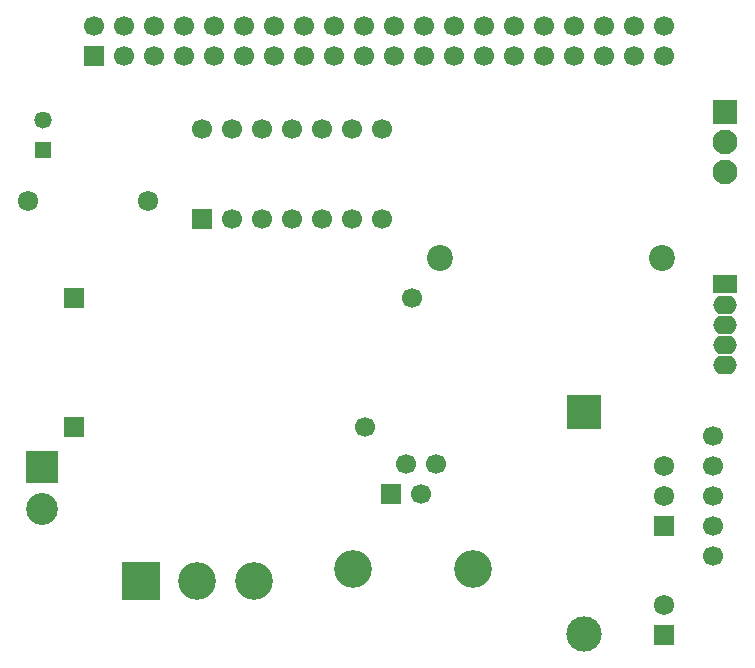
<source format=gbr>
G04 DipTrace 2.4.0.1*
%INTopMask.gbr*%
%MOMM*%
%ADD32R,3.0X3.0*%
%ADD38C,3.2*%
%ADD40C,1.7*%
%ADD49O,2.0X1.6*%
%ADD51R,2.0X1.6*%
%ADD54R,3.2X3.2*%
%ADD55C,1.724*%
%ADD57C,2.1*%
%ADD58C,1.7*%
%ADD59R,2.1X2.1*%
%ADD60R,1.7X1.7*%
%ADD61C,2.2*%
%ADD63C,1.724*%
%ADD65R,1.724X1.724*%
%ADD67C,2.7*%
%ADD69R,2.7X2.7*%
%ADD72R,1.47X1.47*%
%ADD74C,1.47*%
%ADD76C,3.0*%
%FSLAX53Y53*%
G04*
G71*
G90*
G75*
G01*
%LNTopMask*%
%LPD*%
D60*
X16668Y29841D3*
D58*
X41338D3*
D60*
X16668Y40796D3*
D58*
X45328D3*
D32*
X59853Y31116D3*
D76*
Y12276D3*
D74*
X14050Y55850D3*
D72*
Y53310D3*
D60*
X18415Y61282D3*
D40*
X20955D3*
X23495D3*
X26035D3*
X28575D3*
X31115D3*
X33655D3*
X36195D3*
X38735D3*
X41275D3*
X43815D3*
X46355D3*
X48895D3*
X51435D3*
X53975D3*
X56515D3*
X59055D3*
X61595D3*
X64135D3*
X66675D3*
Y63822D3*
X64135D3*
X61595D3*
X59055D3*
X56515D3*
X53975D3*
X51435D3*
X48895D3*
X46355D3*
X43815D3*
X41275D3*
X38735D3*
X36195D3*
X33655D3*
X31115D3*
X28575D3*
X26035D3*
X23495D3*
X20955D3*
X18415D3*
D69*
X13950Y26430D3*
D67*
Y22930D3*
D60*
X43500Y24130D3*
D40*
X44770Y26670D3*
X46040Y24130D3*
X47310Y26670D3*
D38*
X40320Y17780D3*
X50480D3*
D65*
X66610Y21480D3*
D63*
Y24020D3*
Y26560D3*
D65*
Y12230D3*
D63*
Y14770D3*
D61*
X66424Y44135D3*
X47628D3*
D59*
X71761Y56519D3*
D57*
Y53979D3*
Y51439D3*
D63*
X12800Y48980D3*
D55*
X22960D3*
D54*
X22384Y16827D3*
D38*
X27134D3*
X31884D3*
D40*
X70808Y29052D3*
Y26512D3*
Y23972D3*
Y21432D3*
Y18892D3*
D60*
X27530Y47440D3*
D58*
X30070D3*
X32610D3*
X35150D3*
X37690D3*
X40230D3*
X42770D3*
Y55060D3*
X40230D3*
X37690D3*
X35150D3*
X32610D3*
X30070D3*
X27530D3*
D51*
X71760Y41912D3*
D49*
Y40202D3*
Y38492D3*
Y36782D3*
Y35072D3*
M02*

</source>
